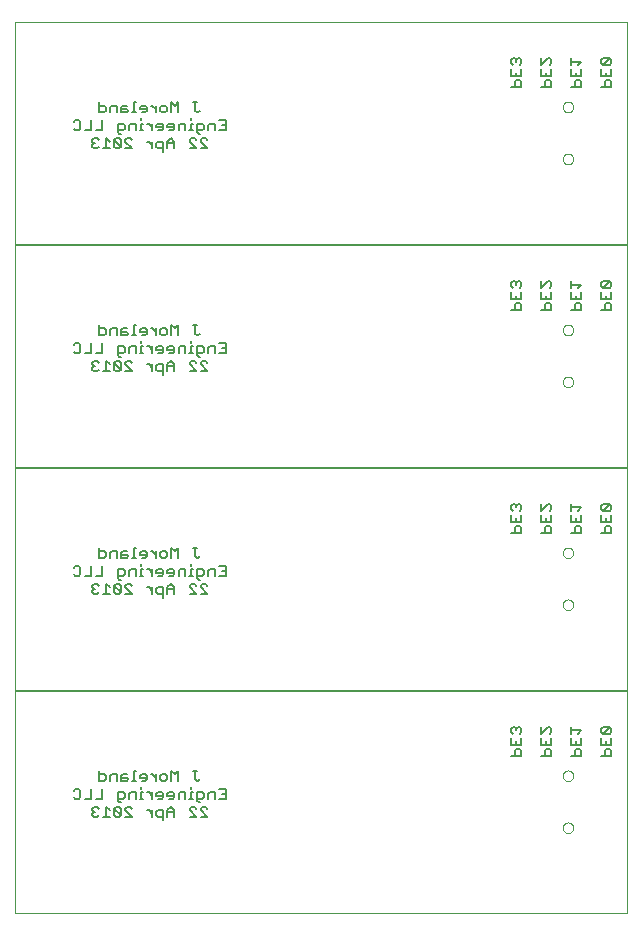
<source format=gbo>
G75*
G70*
%OFA0B0*%
%FSLAX25Y25*%
%IPPOS*%
%LPD*%
%AMOC8*
5,1,8,0,0,1.08239X$1,22.5*
%
%ADD16C,0.00600*%
%ADD25C,0.00000*%
X0010000Y0010000D02*
G75*
%LPD*%
D25*
X0010000Y0010000D02*
X0010000Y0084000D01*
X0214000Y0084000D01*
X0214000Y0010000D01*
X0010000Y0010000D01*
X0192430Y0038340D02*
X0192450Y0038600D01*
X0192510Y0038860D01*
X0192610Y0039110D01*
X0192740Y0039340D01*
X0192900Y0039540D01*
X0193100Y0039720D01*
X0193320Y0039870D01*
X0193550Y0039990D01*
X0193810Y0040070D01*
X0194070Y0040110D01*
X0194330Y0040110D01*
X0194590Y0040070D01*
X0194850Y0039990D01*
X0195090Y0039870D01*
X0195300Y0039720D01*
X0195500Y0039540D01*
X0195660Y0039340D01*
X0195790Y0039110D01*
X0195890Y0038860D01*
X0195950Y0038600D01*
X0195970Y0038340D01*
X0195950Y0038080D01*
X0195890Y0037820D01*
X0195790Y0037570D01*
X0195660Y0037340D01*
X0195500Y0037140D01*
X0195300Y0036960D01*
X0195080Y0036810D01*
X0194850Y0036690D01*
X0194590Y0036610D01*
X0194330Y0036570D01*
X0194070Y0036570D01*
X0193810Y0036610D01*
X0193550Y0036690D01*
X0193310Y0036810D01*
X0193100Y0036960D01*
X0192900Y0037140D01*
X0192740Y0037340D01*
X0192610Y0037570D01*
X0192510Y0037820D01*
X0192450Y0038080D01*
X0192430Y0038340D01*
X0192430Y0055660D02*
X0192450Y0055920D01*
X0192510Y0056180D01*
X0192610Y0056430D01*
X0192740Y0056660D01*
X0192900Y0056860D01*
X0193100Y0057040D01*
X0193320Y0057190D01*
X0193550Y0057310D01*
X0193810Y0057390D01*
X0194070Y0057430D01*
X0194330Y0057430D01*
X0194590Y0057390D01*
X0194850Y0057310D01*
X0195090Y0057190D01*
X0195300Y0057040D01*
X0195500Y0056860D01*
X0195660Y0056660D01*
X0195790Y0056430D01*
X0195890Y0056180D01*
X0195950Y0055920D01*
X0195970Y0055660D01*
X0195950Y0055400D01*
X0195890Y0055140D01*
X0195790Y0054890D01*
X0195660Y0054660D01*
X0195500Y0054460D01*
X0195300Y0054280D01*
X0195080Y0054130D01*
X0194850Y0054010D01*
X0194590Y0053930D01*
X0194330Y0053890D01*
X0194070Y0053890D01*
X0193810Y0053930D01*
X0193550Y0054010D01*
X0193310Y0054130D01*
X0193100Y0054280D01*
X0192900Y0054460D01*
X0192740Y0054660D01*
X0192610Y0054890D01*
X0192510Y0055140D01*
X0192450Y0055400D01*
X0192430Y0055660D01*
D16*
X0195300Y0062300D02*
X0198700Y0062300D01*
X0198700Y0064000D01*
X0198130Y0064570D01*
X0197000Y0064570D01*
X0196430Y0064000D01*
X0196430Y0062300D01*
X0197000Y0065980D02*
X0197000Y0067120D01*
X0198700Y0068250D02*
X0198700Y0065980D01*
X0195300Y0065980D01*
X0195300Y0068250D01*
X0195300Y0069670D02*
X0195300Y0071930D01*
X0195300Y0070800D02*
X0198700Y0070800D01*
X0197560Y0069670D01*
X0205300Y0070230D02*
X0205860Y0069670D01*
X0208130Y0071930D01*
X0205860Y0071930D01*
X0205300Y0071370D01*
X0205300Y0070230D01*
X0205860Y0069670D02*
X0208130Y0069670D01*
X0208700Y0070230D01*
X0208700Y0071370D01*
X0208130Y0071930D01*
X0208700Y0068250D02*
X0208700Y0065980D01*
X0205300Y0065980D01*
X0205300Y0068250D01*
X0207000Y0067120D02*
X0207000Y0065980D01*
X0207000Y0064570D02*
X0206430Y0064000D01*
X0206430Y0062300D01*
X0205300Y0062300D02*
X0208700Y0062300D01*
X0208700Y0064000D01*
X0208130Y0064570D01*
X0207000Y0064570D01*
X0188700Y0064000D02*
X0188700Y0062300D01*
X0185300Y0062300D01*
X0186430Y0062300D02*
X0186430Y0064000D01*
X0187000Y0064570D01*
X0188130Y0064570D01*
X0188700Y0064000D01*
X0188700Y0065980D02*
X0185300Y0065980D01*
X0185300Y0068250D01*
X0185300Y0069670D02*
X0187560Y0071930D01*
X0188130Y0071930D01*
X0188700Y0071370D01*
X0188700Y0070230D01*
X0188130Y0069670D01*
X0188700Y0068250D02*
X0188700Y0065980D01*
X0187000Y0065980D02*
X0187000Y0067120D01*
X0185300Y0069670D02*
X0185300Y0071930D01*
X0178700Y0071370D02*
X0178700Y0070230D01*
X0178130Y0069670D01*
X0178700Y0068250D02*
X0178700Y0065980D01*
X0175300Y0065980D01*
X0175300Y0068250D01*
X0175860Y0069670D02*
X0175300Y0070230D01*
X0175300Y0071370D01*
X0175860Y0071930D01*
X0176430Y0071930D01*
X0177000Y0071370D01*
X0177000Y0070800D01*
X0177000Y0071370D02*
X0177560Y0071930D01*
X0178130Y0071930D01*
X0178700Y0071370D01*
X0177000Y0067120D02*
X0177000Y0065980D01*
X0177000Y0064570D02*
X0176430Y0064000D01*
X0176430Y0062300D01*
X0175300Y0062300D02*
X0178700Y0062300D01*
X0178700Y0064000D01*
X0178130Y0064570D01*
X0177000Y0064570D01*
X0080180Y0051300D02*
X0080180Y0047900D01*
X0077920Y0047900D01*
X0076500Y0047900D02*
X0076500Y0050170D01*
X0074800Y0050170D01*
X0074230Y0049600D01*
X0074230Y0047900D01*
X0072820Y0048470D02*
X0072820Y0049600D01*
X0072250Y0050170D01*
X0070550Y0050170D01*
X0070550Y0047330D01*
X0071120Y0046770D01*
X0071680Y0046770D01*
X0072250Y0047900D02*
X0070550Y0047900D01*
X0069130Y0047900D02*
X0068000Y0047900D01*
X0068570Y0047900D02*
X0068570Y0050170D01*
X0069130Y0050170D01*
X0068570Y0051300D02*
X0068570Y0051870D01*
X0066680Y0050170D02*
X0064980Y0050170D01*
X0064410Y0049600D01*
X0064410Y0047900D01*
X0063000Y0048470D02*
X0063000Y0049600D01*
X0062430Y0050170D01*
X0061290Y0050170D01*
X0060730Y0049600D01*
X0060730Y0049030D01*
X0063000Y0049030D01*
X0063000Y0048470D02*
X0062430Y0047900D01*
X0061290Y0047900D01*
X0059310Y0048470D02*
X0059310Y0049600D01*
X0058750Y0050170D01*
X0057610Y0050170D01*
X0057040Y0049600D01*
X0057040Y0049030D01*
X0059310Y0049030D01*
X0059310Y0048470D02*
X0058750Y0047900D01*
X0057610Y0047900D01*
X0055630Y0047900D02*
X0055630Y0050170D01*
X0054500Y0050170D02*
X0053930Y0050170D01*
X0054500Y0050170D02*
X0055630Y0049030D01*
X0052560Y0047900D02*
X0051430Y0047900D01*
X0051990Y0047900D02*
X0051990Y0050170D01*
X0052560Y0050170D01*
X0051990Y0051300D02*
X0051990Y0051870D01*
X0050110Y0050170D02*
X0048400Y0050170D01*
X0047840Y0049600D01*
X0047840Y0047900D01*
X0046420Y0048470D02*
X0045850Y0047900D01*
X0044150Y0047900D01*
X0044150Y0047330D02*
X0044150Y0050170D01*
X0045850Y0050170D01*
X0046420Y0049600D01*
X0046420Y0048470D01*
X0045290Y0046770D02*
X0044720Y0046770D01*
X0044150Y0047330D01*
X0044630Y0045300D02*
X0043490Y0045300D01*
X0042930Y0044740D01*
X0045190Y0042470D01*
X0044630Y0041900D01*
X0043490Y0041900D01*
X0042930Y0042470D01*
X0042930Y0044740D01*
X0041510Y0044170D02*
X0040380Y0045300D01*
X0040380Y0041900D01*
X0041510Y0041900D02*
X0039240Y0041900D01*
X0037830Y0042470D02*
X0037260Y0041900D01*
X0036130Y0041900D01*
X0035560Y0042470D01*
X0035560Y0043030D01*
X0036130Y0043600D01*
X0036690Y0043600D01*
X0036130Y0043600D02*
X0035560Y0044170D01*
X0035560Y0044740D01*
X0036130Y0045300D01*
X0037260Y0045300D01*
X0037830Y0044740D01*
X0036790Y0047900D02*
X0039060Y0047900D01*
X0039060Y0051300D01*
X0039720Y0053900D02*
X0038010Y0053900D01*
X0038010Y0057300D01*
X0038010Y0056170D02*
X0039720Y0056170D01*
X0040280Y0055600D01*
X0040280Y0054470D01*
X0039720Y0053900D01*
X0041700Y0053900D02*
X0041700Y0055600D01*
X0042270Y0056170D01*
X0043970Y0056170D01*
X0043970Y0053900D01*
X0045380Y0053900D02*
X0047080Y0053900D01*
X0047650Y0054470D01*
X0047080Y0055030D01*
X0045380Y0055030D01*
X0045380Y0055600D02*
X0045380Y0053900D01*
X0045380Y0055600D02*
X0045950Y0056170D01*
X0047080Y0056170D01*
X0049540Y0057300D02*
X0049540Y0053900D01*
X0050110Y0053900D02*
X0048970Y0053900D01*
X0051520Y0055030D02*
X0053790Y0055030D01*
X0053790Y0054470D02*
X0053790Y0055600D01*
X0053220Y0056170D01*
X0052090Y0056170D01*
X0051520Y0055600D01*
X0051520Y0055030D01*
X0052090Y0053900D02*
X0053220Y0053900D01*
X0053790Y0054470D01*
X0055160Y0056170D02*
X0055720Y0056170D01*
X0056860Y0055030D01*
X0056860Y0053900D02*
X0056860Y0056170D01*
X0058270Y0055600D02*
X0058840Y0056170D01*
X0059970Y0056170D01*
X0060540Y0055600D01*
X0060540Y0054470D01*
X0059970Y0053900D01*
X0058840Y0053900D01*
X0058270Y0054470D01*
X0058270Y0055600D01*
X0061960Y0057300D02*
X0061960Y0053900D01*
X0064220Y0053900D02*
X0064220Y0057300D01*
X0063090Y0056170D01*
X0061960Y0057300D01*
X0069320Y0057300D02*
X0070460Y0057300D01*
X0069890Y0057300D02*
X0069890Y0054470D01*
X0070460Y0053900D01*
X0071020Y0053900D01*
X0071590Y0054470D01*
X0077920Y0051300D02*
X0080180Y0051300D01*
X0080180Y0049600D02*
X0079050Y0049600D01*
X0072820Y0048470D02*
X0072250Y0047900D01*
X0066680Y0047900D02*
X0066680Y0050170D01*
X0068660Y0045300D02*
X0068090Y0044740D01*
X0068090Y0044170D01*
X0070360Y0041900D01*
X0068090Y0041900D01*
X0071780Y0041900D02*
X0074050Y0041900D01*
X0071780Y0044170D01*
X0071780Y0044740D01*
X0072340Y0045300D01*
X0073480Y0045300D01*
X0074050Y0044740D01*
X0070360Y0044740D02*
X0069800Y0045300D01*
X0068660Y0045300D01*
X0063000Y0044170D02*
X0063000Y0041900D01*
X0060730Y0041900D02*
X0060730Y0044170D01*
X0061860Y0045300D01*
X0063000Y0044170D01*
X0063000Y0043600D02*
X0060730Y0043600D01*
X0059310Y0044170D02*
X0057610Y0044170D01*
X0057040Y0043600D01*
X0057040Y0042470D01*
X0057610Y0041900D01*
X0059310Y0041900D01*
X0059310Y0040770D02*
X0059310Y0044170D01*
X0055630Y0044170D02*
X0055630Y0041900D01*
X0055630Y0043030D02*
X0054500Y0044170D01*
X0053930Y0044170D01*
X0048880Y0044740D02*
X0048310Y0045300D01*
X0047180Y0045300D01*
X0046610Y0044740D01*
X0046610Y0044170D01*
X0048880Y0041900D01*
X0046610Y0041900D01*
X0045190Y0042470D02*
X0045190Y0044740D01*
X0044630Y0045300D01*
X0050110Y0047900D02*
X0050110Y0050170D01*
X0050110Y0057300D02*
X0049540Y0057300D01*
X0035370Y0051300D02*
X0035370Y0047900D01*
X0033100Y0047900D01*
X0031690Y0048470D02*
X0031120Y0047900D01*
X0029990Y0047900D01*
X0029420Y0048470D01*
X0031690Y0048470D02*
X0031690Y0050740D01*
X0031120Y0051300D01*
X0029990Y0051300D01*
X0029420Y0050740D01*
X0010000Y0084300D02*
G75*
%LPD*%
D25*
X0010000Y0084300D02*
X0010000Y0158300D01*
X0214000Y0158300D01*
X0214000Y0084300D01*
X0010000Y0084300D01*
X0192430Y0112640D02*
X0192450Y0112900D01*
X0192510Y0113160D01*
X0192610Y0113410D01*
X0192740Y0113640D01*
X0192900Y0113840D01*
X0193100Y0114020D01*
X0193320Y0114170D01*
X0193550Y0114290D01*
X0193810Y0114370D01*
X0194070Y0114410D01*
X0194330Y0114410D01*
X0194590Y0114370D01*
X0194850Y0114290D01*
X0195090Y0114170D01*
X0195300Y0114020D01*
X0195500Y0113840D01*
X0195660Y0113640D01*
X0195790Y0113410D01*
X0195890Y0113160D01*
X0195950Y0112900D01*
X0195970Y0112640D01*
X0195950Y0112380D01*
X0195890Y0112120D01*
X0195790Y0111870D01*
X0195660Y0111640D01*
X0195500Y0111440D01*
X0195300Y0111260D01*
X0195080Y0111110D01*
X0194850Y0110990D01*
X0194590Y0110910D01*
X0194330Y0110870D01*
X0194070Y0110870D01*
X0193810Y0110910D01*
X0193550Y0110990D01*
X0193310Y0111110D01*
X0193100Y0111260D01*
X0192900Y0111440D01*
X0192740Y0111640D01*
X0192610Y0111870D01*
X0192510Y0112120D01*
X0192450Y0112380D01*
X0192430Y0112640D01*
X0192430Y0129960D02*
X0192450Y0130220D01*
X0192510Y0130480D01*
X0192610Y0130730D01*
X0192740Y0130960D01*
X0192900Y0131160D01*
X0193100Y0131340D01*
X0193320Y0131490D01*
X0193550Y0131610D01*
X0193810Y0131690D01*
X0194070Y0131730D01*
X0194330Y0131730D01*
X0194590Y0131690D01*
X0194850Y0131610D01*
X0195090Y0131490D01*
X0195300Y0131340D01*
X0195500Y0131160D01*
X0195660Y0130960D01*
X0195790Y0130730D01*
X0195890Y0130480D01*
X0195950Y0130220D01*
X0195970Y0129960D01*
X0195950Y0129700D01*
X0195890Y0129440D01*
X0195790Y0129190D01*
X0195660Y0128960D01*
X0195500Y0128760D01*
X0195300Y0128580D01*
X0195080Y0128430D01*
X0194850Y0128310D01*
X0194590Y0128230D01*
X0194330Y0128190D01*
X0194070Y0128190D01*
X0193810Y0128230D01*
X0193550Y0128310D01*
X0193310Y0128430D01*
X0193100Y0128580D01*
X0192900Y0128760D01*
X0192740Y0128960D01*
X0192610Y0129190D01*
X0192510Y0129440D01*
X0192450Y0129700D01*
X0192430Y0129960D01*
D16*
X0195300Y0136600D02*
X0198700Y0136600D01*
X0198700Y0138300D01*
X0198130Y0138870D01*
X0197000Y0138870D01*
X0196430Y0138300D01*
X0196430Y0136600D01*
X0197000Y0140280D02*
X0197000Y0141420D01*
X0198700Y0142550D02*
X0198700Y0140280D01*
X0195300Y0140280D01*
X0195300Y0142550D01*
X0195300Y0143970D02*
X0195300Y0146230D01*
X0195300Y0145100D02*
X0198700Y0145100D01*
X0197560Y0143970D01*
X0205300Y0144530D02*
X0205860Y0143970D01*
X0208130Y0146230D01*
X0205860Y0146230D01*
X0205300Y0145670D01*
X0205300Y0144530D01*
X0205860Y0143970D02*
X0208130Y0143970D01*
X0208700Y0144530D01*
X0208700Y0145670D01*
X0208130Y0146230D01*
X0208700Y0142550D02*
X0208700Y0140280D01*
X0205300Y0140280D01*
X0205300Y0142550D01*
X0207000Y0141420D02*
X0207000Y0140280D01*
X0207000Y0138870D02*
X0206430Y0138300D01*
X0206430Y0136600D01*
X0205300Y0136600D02*
X0208700Y0136600D01*
X0208700Y0138300D01*
X0208130Y0138870D01*
X0207000Y0138870D01*
X0188700Y0138300D02*
X0188700Y0136600D01*
X0185300Y0136600D01*
X0186430Y0136600D02*
X0186430Y0138300D01*
X0187000Y0138870D01*
X0188130Y0138870D01*
X0188700Y0138300D01*
X0188700Y0140280D02*
X0185300Y0140280D01*
X0185300Y0142550D01*
X0185300Y0143970D02*
X0187560Y0146230D01*
X0188130Y0146230D01*
X0188700Y0145670D01*
X0188700Y0144530D01*
X0188130Y0143970D01*
X0188700Y0142550D02*
X0188700Y0140280D01*
X0187000Y0140280D02*
X0187000Y0141420D01*
X0185300Y0143970D02*
X0185300Y0146230D01*
X0178700Y0145670D02*
X0178700Y0144530D01*
X0178130Y0143970D01*
X0178700Y0142550D02*
X0178700Y0140280D01*
X0175300Y0140280D01*
X0175300Y0142550D01*
X0175860Y0143970D02*
X0175300Y0144530D01*
X0175300Y0145670D01*
X0175860Y0146230D01*
X0176430Y0146230D01*
X0177000Y0145670D01*
X0177000Y0145100D01*
X0177000Y0145670D02*
X0177560Y0146230D01*
X0178130Y0146230D01*
X0178700Y0145670D01*
X0177000Y0141420D02*
X0177000Y0140280D01*
X0177000Y0138870D02*
X0176430Y0138300D01*
X0176430Y0136600D01*
X0175300Y0136600D02*
X0178700Y0136600D01*
X0178700Y0138300D01*
X0178130Y0138870D01*
X0177000Y0138870D01*
X0080180Y0125600D02*
X0080180Y0122200D01*
X0077920Y0122200D01*
X0076500Y0122200D02*
X0076500Y0124470D01*
X0074800Y0124470D01*
X0074230Y0123900D01*
X0074230Y0122200D01*
X0072820Y0122770D02*
X0072820Y0123900D01*
X0072250Y0124470D01*
X0070550Y0124470D01*
X0070550Y0121630D01*
X0071120Y0121070D01*
X0071680Y0121070D01*
X0072250Y0122200D02*
X0070550Y0122200D01*
X0069130Y0122200D02*
X0068000Y0122200D01*
X0068570Y0122200D02*
X0068570Y0124470D01*
X0069130Y0124470D01*
X0068570Y0125600D02*
X0068570Y0126170D01*
X0066680Y0124470D02*
X0064980Y0124470D01*
X0064410Y0123900D01*
X0064410Y0122200D01*
X0063000Y0122770D02*
X0063000Y0123900D01*
X0062430Y0124470D01*
X0061290Y0124470D01*
X0060730Y0123900D01*
X0060730Y0123330D01*
X0063000Y0123330D01*
X0063000Y0122770D02*
X0062430Y0122200D01*
X0061290Y0122200D01*
X0059310Y0122770D02*
X0059310Y0123900D01*
X0058750Y0124470D01*
X0057610Y0124470D01*
X0057040Y0123900D01*
X0057040Y0123330D01*
X0059310Y0123330D01*
X0059310Y0122770D02*
X0058750Y0122200D01*
X0057610Y0122200D01*
X0055630Y0122200D02*
X0055630Y0124470D01*
X0054500Y0124470D02*
X0053930Y0124470D01*
X0054500Y0124470D02*
X0055630Y0123330D01*
X0052560Y0122200D02*
X0051430Y0122200D01*
X0051990Y0122200D02*
X0051990Y0124470D01*
X0052560Y0124470D01*
X0051990Y0125600D02*
X0051990Y0126170D01*
X0050110Y0124470D02*
X0048400Y0124470D01*
X0047840Y0123900D01*
X0047840Y0122200D01*
X0046420Y0122770D02*
X0045850Y0122200D01*
X0044150Y0122200D01*
X0044150Y0121630D02*
X0044150Y0124470D01*
X0045850Y0124470D01*
X0046420Y0123900D01*
X0046420Y0122770D01*
X0045290Y0121070D02*
X0044720Y0121070D01*
X0044150Y0121630D01*
X0044630Y0119600D02*
X0043490Y0119600D01*
X0042930Y0119040D01*
X0045190Y0116770D01*
X0044630Y0116200D01*
X0043490Y0116200D01*
X0042930Y0116770D01*
X0042930Y0119040D01*
X0041510Y0118470D02*
X0040380Y0119600D01*
X0040380Y0116200D01*
X0041510Y0116200D02*
X0039240Y0116200D01*
X0037830Y0116770D02*
X0037260Y0116200D01*
X0036130Y0116200D01*
X0035560Y0116770D01*
X0035560Y0117330D01*
X0036130Y0117900D01*
X0036690Y0117900D01*
X0036130Y0117900D02*
X0035560Y0118470D01*
X0035560Y0119040D01*
X0036130Y0119600D01*
X0037260Y0119600D01*
X0037830Y0119040D01*
X0036790Y0122200D02*
X0039060Y0122200D01*
X0039060Y0125600D01*
X0039720Y0128200D02*
X0038010Y0128200D01*
X0038010Y0131600D01*
X0038010Y0130470D02*
X0039720Y0130470D01*
X0040280Y0129900D01*
X0040280Y0128770D01*
X0039720Y0128200D01*
X0041700Y0128200D02*
X0041700Y0129900D01*
X0042270Y0130470D01*
X0043970Y0130470D01*
X0043970Y0128200D01*
X0045380Y0128200D02*
X0047080Y0128200D01*
X0047650Y0128770D01*
X0047080Y0129330D01*
X0045380Y0129330D01*
X0045380Y0129900D02*
X0045380Y0128200D01*
X0045380Y0129900D02*
X0045950Y0130470D01*
X0047080Y0130470D01*
X0049540Y0131600D02*
X0049540Y0128200D01*
X0050110Y0128200D02*
X0048970Y0128200D01*
X0051520Y0129330D02*
X0053790Y0129330D01*
X0053790Y0128770D02*
X0053790Y0129900D01*
X0053220Y0130470D01*
X0052090Y0130470D01*
X0051520Y0129900D01*
X0051520Y0129330D01*
X0052090Y0128200D02*
X0053220Y0128200D01*
X0053790Y0128770D01*
X0055160Y0130470D02*
X0055720Y0130470D01*
X0056860Y0129330D01*
X0056860Y0128200D02*
X0056860Y0130470D01*
X0058270Y0129900D02*
X0058840Y0130470D01*
X0059970Y0130470D01*
X0060540Y0129900D01*
X0060540Y0128770D01*
X0059970Y0128200D01*
X0058840Y0128200D01*
X0058270Y0128770D01*
X0058270Y0129900D01*
X0061960Y0131600D02*
X0061960Y0128200D01*
X0064220Y0128200D02*
X0064220Y0131600D01*
X0063090Y0130470D01*
X0061960Y0131600D01*
X0069320Y0131600D02*
X0070460Y0131600D01*
X0069890Y0131600D02*
X0069890Y0128770D01*
X0070460Y0128200D01*
X0071020Y0128200D01*
X0071590Y0128770D01*
X0077920Y0125600D02*
X0080180Y0125600D01*
X0080180Y0123900D02*
X0079050Y0123900D01*
X0072820Y0122770D02*
X0072250Y0122200D01*
X0066680Y0122200D02*
X0066680Y0124470D01*
X0068660Y0119600D02*
X0068090Y0119040D01*
X0068090Y0118470D01*
X0070360Y0116200D01*
X0068090Y0116200D01*
X0071780Y0116200D02*
X0074050Y0116200D01*
X0071780Y0118470D01*
X0071780Y0119040D01*
X0072340Y0119600D01*
X0073480Y0119600D01*
X0074050Y0119040D01*
X0070360Y0119040D02*
X0069800Y0119600D01*
X0068660Y0119600D01*
X0063000Y0118470D02*
X0063000Y0116200D01*
X0060730Y0116200D02*
X0060730Y0118470D01*
X0061860Y0119600D01*
X0063000Y0118470D01*
X0063000Y0117900D02*
X0060730Y0117900D01*
X0059310Y0118470D02*
X0057610Y0118470D01*
X0057040Y0117900D01*
X0057040Y0116770D01*
X0057610Y0116200D01*
X0059310Y0116200D01*
X0059310Y0115070D02*
X0059310Y0118470D01*
X0055630Y0118470D02*
X0055630Y0116200D01*
X0055630Y0117330D02*
X0054500Y0118470D01*
X0053930Y0118470D01*
X0048880Y0119040D02*
X0048310Y0119600D01*
X0047180Y0119600D01*
X0046610Y0119040D01*
X0046610Y0118470D01*
X0048880Y0116200D01*
X0046610Y0116200D01*
X0045190Y0116770D02*
X0045190Y0119040D01*
X0044630Y0119600D01*
X0050110Y0122200D02*
X0050110Y0124470D01*
X0050110Y0131600D02*
X0049540Y0131600D01*
X0035370Y0125600D02*
X0035370Y0122200D01*
X0033100Y0122200D01*
X0031690Y0122770D02*
X0031120Y0122200D01*
X0029990Y0122200D01*
X0029420Y0122770D01*
X0031690Y0122770D02*
X0031690Y0125040D01*
X0031120Y0125600D01*
X0029990Y0125600D01*
X0029420Y0125040D01*
X0010000Y0158600D02*
G75*
%LPD*%
D25*
X0010000Y0158600D02*
X0010000Y0232600D01*
X0214000Y0232600D01*
X0214000Y0158600D01*
X0010000Y0158600D01*
X0192430Y0186940D02*
X0192450Y0187200D01*
X0192510Y0187460D01*
X0192610Y0187710D01*
X0192740Y0187940D01*
X0192900Y0188140D01*
X0193100Y0188320D01*
X0193320Y0188470D01*
X0193550Y0188590D01*
X0193810Y0188670D01*
X0194070Y0188710D01*
X0194330Y0188710D01*
X0194590Y0188670D01*
X0194850Y0188590D01*
X0195090Y0188470D01*
X0195300Y0188320D01*
X0195500Y0188140D01*
X0195660Y0187940D01*
X0195790Y0187710D01*
X0195890Y0187460D01*
X0195950Y0187200D01*
X0195970Y0186940D01*
X0195950Y0186680D01*
X0195890Y0186420D01*
X0195790Y0186170D01*
X0195660Y0185940D01*
X0195500Y0185740D01*
X0195300Y0185560D01*
X0195080Y0185410D01*
X0194850Y0185290D01*
X0194590Y0185210D01*
X0194330Y0185170D01*
X0194070Y0185170D01*
X0193810Y0185210D01*
X0193550Y0185290D01*
X0193310Y0185410D01*
X0193100Y0185560D01*
X0192900Y0185740D01*
X0192740Y0185940D01*
X0192610Y0186170D01*
X0192510Y0186420D01*
X0192450Y0186680D01*
X0192430Y0186940D01*
X0192430Y0204260D02*
X0192450Y0204520D01*
X0192510Y0204780D01*
X0192610Y0205030D01*
X0192740Y0205260D01*
X0192900Y0205460D01*
X0193100Y0205640D01*
X0193320Y0205790D01*
X0193550Y0205910D01*
X0193810Y0205990D01*
X0194070Y0206030D01*
X0194330Y0206030D01*
X0194590Y0205990D01*
X0194850Y0205910D01*
X0195090Y0205790D01*
X0195300Y0205640D01*
X0195500Y0205460D01*
X0195660Y0205260D01*
X0195790Y0205030D01*
X0195890Y0204780D01*
X0195950Y0204520D01*
X0195970Y0204260D01*
X0195950Y0204000D01*
X0195890Y0203740D01*
X0195790Y0203490D01*
X0195660Y0203260D01*
X0195500Y0203060D01*
X0195300Y0202880D01*
X0195080Y0202730D01*
X0194850Y0202610D01*
X0194590Y0202530D01*
X0194330Y0202490D01*
X0194070Y0202490D01*
X0193810Y0202530D01*
X0193550Y0202610D01*
X0193310Y0202730D01*
X0193100Y0202880D01*
X0192900Y0203060D01*
X0192740Y0203260D01*
X0192610Y0203490D01*
X0192510Y0203740D01*
X0192450Y0204000D01*
X0192430Y0204260D01*
D16*
X0195300Y0210900D02*
X0198700Y0210900D01*
X0198700Y0212600D01*
X0198130Y0213170D01*
X0197000Y0213170D01*
X0196430Y0212600D01*
X0196430Y0210900D01*
X0197000Y0214580D02*
X0197000Y0215720D01*
X0198700Y0216850D02*
X0198700Y0214580D01*
X0195300Y0214580D01*
X0195300Y0216850D01*
X0195300Y0218270D02*
X0195300Y0220530D01*
X0195300Y0219400D02*
X0198700Y0219400D01*
X0197560Y0218270D01*
X0205300Y0218830D02*
X0205860Y0218270D01*
X0208130Y0220530D01*
X0205860Y0220530D01*
X0205300Y0219970D01*
X0205300Y0218830D01*
X0205860Y0218270D02*
X0208130Y0218270D01*
X0208700Y0218830D01*
X0208700Y0219970D01*
X0208130Y0220530D01*
X0208700Y0216850D02*
X0208700Y0214580D01*
X0205300Y0214580D01*
X0205300Y0216850D01*
X0207000Y0215720D02*
X0207000Y0214580D01*
X0207000Y0213170D02*
X0206430Y0212600D01*
X0206430Y0210900D01*
X0205300Y0210900D02*
X0208700Y0210900D01*
X0208700Y0212600D01*
X0208130Y0213170D01*
X0207000Y0213170D01*
X0188700Y0212600D02*
X0188700Y0210900D01*
X0185300Y0210900D01*
X0186430Y0210900D02*
X0186430Y0212600D01*
X0187000Y0213170D01*
X0188130Y0213170D01*
X0188700Y0212600D01*
X0188700Y0214580D02*
X0185300Y0214580D01*
X0185300Y0216850D01*
X0185300Y0218270D02*
X0187560Y0220530D01*
X0188130Y0220530D01*
X0188700Y0219970D01*
X0188700Y0218830D01*
X0188130Y0218270D01*
X0188700Y0216850D02*
X0188700Y0214580D01*
X0187000Y0214580D02*
X0187000Y0215720D01*
X0185300Y0218270D02*
X0185300Y0220530D01*
X0178700Y0219970D02*
X0178700Y0218830D01*
X0178130Y0218270D01*
X0178700Y0216850D02*
X0178700Y0214580D01*
X0175300Y0214580D01*
X0175300Y0216850D01*
X0175860Y0218270D02*
X0175300Y0218830D01*
X0175300Y0219970D01*
X0175860Y0220530D01*
X0176430Y0220530D01*
X0177000Y0219970D01*
X0177000Y0219400D01*
X0177000Y0219970D02*
X0177560Y0220530D01*
X0178130Y0220530D01*
X0178700Y0219970D01*
X0177000Y0215720D02*
X0177000Y0214580D01*
X0177000Y0213170D02*
X0176430Y0212600D01*
X0176430Y0210900D01*
X0175300Y0210900D02*
X0178700Y0210900D01*
X0178700Y0212600D01*
X0178130Y0213170D01*
X0177000Y0213170D01*
X0080180Y0199900D02*
X0080180Y0196500D01*
X0077920Y0196500D01*
X0076500Y0196500D02*
X0076500Y0198770D01*
X0074800Y0198770D01*
X0074230Y0198200D01*
X0074230Y0196500D01*
X0072820Y0197070D02*
X0072820Y0198200D01*
X0072250Y0198770D01*
X0070550Y0198770D01*
X0070550Y0195930D01*
X0071120Y0195370D01*
X0071680Y0195370D01*
X0072250Y0196500D02*
X0070550Y0196500D01*
X0069130Y0196500D02*
X0068000Y0196500D01*
X0068570Y0196500D02*
X0068570Y0198770D01*
X0069130Y0198770D01*
X0068570Y0199900D02*
X0068570Y0200470D01*
X0066680Y0198770D02*
X0064980Y0198770D01*
X0064410Y0198200D01*
X0064410Y0196500D01*
X0063000Y0197070D02*
X0063000Y0198200D01*
X0062430Y0198770D01*
X0061290Y0198770D01*
X0060730Y0198200D01*
X0060730Y0197630D01*
X0063000Y0197630D01*
X0063000Y0197070D02*
X0062430Y0196500D01*
X0061290Y0196500D01*
X0059310Y0197070D02*
X0059310Y0198200D01*
X0058750Y0198770D01*
X0057610Y0198770D01*
X0057040Y0198200D01*
X0057040Y0197630D01*
X0059310Y0197630D01*
X0059310Y0197070D02*
X0058750Y0196500D01*
X0057610Y0196500D01*
X0055630Y0196500D02*
X0055630Y0198770D01*
X0054500Y0198770D02*
X0053930Y0198770D01*
X0054500Y0198770D02*
X0055630Y0197630D01*
X0052560Y0196500D02*
X0051430Y0196500D01*
X0051990Y0196500D02*
X0051990Y0198770D01*
X0052560Y0198770D01*
X0051990Y0199900D02*
X0051990Y0200470D01*
X0050110Y0198770D02*
X0048400Y0198770D01*
X0047840Y0198200D01*
X0047840Y0196500D01*
X0046420Y0197070D02*
X0045850Y0196500D01*
X0044150Y0196500D01*
X0044150Y0195930D02*
X0044150Y0198770D01*
X0045850Y0198770D01*
X0046420Y0198200D01*
X0046420Y0197070D01*
X0045290Y0195370D02*
X0044720Y0195370D01*
X0044150Y0195930D01*
X0044630Y0193900D02*
X0043490Y0193900D01*
X0042930Y0193340D01*
X0045190Y0191070D01*
X0044630Y0190500D01*
X0043490Y0190500D01*
X0042930Y0191070D01*
X0042930Y0193340D01*
X0041510Y0192770D02*
X0040380Y0193900D01*
X0040380Y0190500D01*
X0041510Y0190500D02*
X0039240Y0190500D01*
X0037830Y0191070D02*
X0037260Y0190500D01*
X0036130Y0190500D01*
X0035560Y0191070D01*
X0035560Y0191630D01*
X0036130Y0192200D01*
X0036690Y0192200D01*
X0036130Y0192200D02*
X0035560Y0192770D01*
X0035560Y0193340D01*
X0036130Y0193900D01*
X0037260Y0193900D01*
X0037830Y0193340D01*
X0036790Y0196500D02*
X0039060Y0196500D01*
X0039060Y0199900D01*
X0039720Y0202500D02*
X0038010Y0202500D01*
X0038010Y0205900D01*
X0038010Y0204770D02*
X0039720Y0204770D01*
X0040280Y0204200D01*
X0040280Y0203070D01*
X0039720Y0202500D01*
X0041700Y0202500D02*
X0041700Y0204200D01*
X0042270Y0204770D01*
X0043970Y0204770D01*
X0043970Y0202500D01*
X0045380Y0202500D02*
X0047080Y0202500D01*
X0047650Y0203070D01*
X0047080Y0203630D01*
X0045380Y0203630D01*
X0045380Y0204200D02*
X0045380Y0202500D01*
X0045380Y0204200D02*
X0045950Y0204770D01*
X0047080Y0204770D01*
X0049540Y0205900D02*
X0049540Y0202500D01*
X0050110Y0202500D02*
X0048970Y0202500D01*
X0051520Y0203630D02*
X0053790Y0203630D01*
X0053790Y0203070D02*
X0053790Y0204200D01*
X0053220Y0204770D01*
X0052090Y0204770D01*
X0051520Y0204200D01*
X0051520Y0203630D01*
X0052090Y0202500D02*
X0053220Y0202500D01*
X0053790Y0203070D01*
X0055160Y0204770D02*
X0055720Y0204770D01*
X0056860Y0203630D01*
X0056860Y0202500D02*
X0056860Y0204770D01*
X0058270Y0204200D02*
X0058840Y0204770D01*
X0059970Y0204770D01*
X0060540Y0204200D01*
X0060540Y0203070D01*
X0059970Y0202500D01*
X0058840Y0202500D01*
X0058270Y0203070D01*
X0058270Y0204200D01*
X0061960Y0205900D02*
X0061960Y0202500D01*
X0064220Y0202500D02*
X0064220Y0205900D01*
X0063090Y0204770D01*
X0061960Y0205900D01*
X0069320Y0205900D02*
X0070460Y0205900D01*
X0069890Y0205900D02*
X0069890Y0203070D01*
X0070460Y0202500D01*
X0071020Y0202500D01*
X0071590Y0203070D01*
X0077920Y0199900D02*
X0080180Y0199900D01*
X0080180Y0198200D02*
X0079050Y0198200D01*
X0072820Y0197070D02*
X0072250Y0196500D01*
X0066680Y0196500D02*
X0066680Y0198770D01*
X0068660Y0193900D02*
X0068090Y0193340D01*
X0068090Y0192770D01*
X0070360Y0190500D01*
X0068090Y0190500D01*
X0071780Y0190500D02*
X0074050Y0190500D01*
X0071780Y0192770D01*
X0071780Y0193340D01*
X0072340Y0193900D01*
X0073480Y0193900D01*
X0074050Y0193340D01*
X0070360Y0193340D02*
X0069800Y0193900D01*
X0068660Y0193900D01*
X0063000Y0192770D02*
X0063000Y0190500D01*
X0060730Y0190500D02*
X0060730Y0192770D01*
X0061860Y0193900D01*
X0063000Y0192770D01*
X0063000Y0192200D02*
X0060730Y0192200D01*
X0059310Y0192770D02*
X0057610Y0192770D01*
X0057040Y0192200D01*
X0057040Y0191070D01*
X0057610Y0190500D01*
X0059310Y0190500D01*
X0059310Y0189370D02*
X0059310Y0192770D01*
X0055630Y0192770D02*
X0055630Y0190500D01*
X0055630Y0191630D02*
X0054500Y0192770D01*
X0053930Y0192770D01*
X0048880Y0193340D02*
X0048310Y0193900D01*
X0047180Y0193900D01*
X0046610Y0193340D01*
X0046610Y0192770D01*
X0048880Y0190500D01*
X0046610Y0190500D01*
X0045190Y0191070D02*
X0045190Y0193340D01*
X0044630Y0193900D01*
X0050110Y0196500D02*
X0050110Y0198770D01*
X0050110Y0205900D02*
X0049540Y0205900D01*
X0035370Y0199900D02*
X0035370Y0196500D01*
X0033100Y0196500D01*
X0031690Y0197070D02*
X0031120Y0196500D01*
X0029990Y0196500D01*
X0029420Y0197070D01*
X0031690Y0197070D02*
X0031690Y0199340D01*
X0031120Y0199900D01*
X0029990Y0199900D01*
X0029420Y0199340D01*
X0010000Y0232900D02*
G75*
%LPD*%
D25*
X0010000Y0232900D02*
X0010000Y0306900D01*
X0214000Y0306900D01*
X0214000Y0232900D01*
X0010000Y0232900D01*
X0192430Y0261240D02*
X0192450Y0261500D01*
X0192510Y0261760D01*
X0192610Y0262010D01*
X0192740Y0262240D01*
X0192900Y0262440D01*
X0193100Y0262620D01*
X0193320Y0262770D01*
X0193550Y0262890D01*
X0193810Y0262970D01*
X0194070Y0263010D01*
X0194330Y0263010D01*
X0194590Y0262970D01*
X0194850Y0262890D01*
X0195090Y0262770D01*
X0195300Y0262620D01*
X0195500Y0262440D01*
X0195660Y0262240D01*
X0195790Y0262010D01*
X0195890Y0261760D01*
X0195950Y0261500D01*
X0195970Y0261240D01*
X0195950Y0260980D01*
X0195890Y0260720D01*
X0195790Y0260470D01*
X0195660Y0260240D01*
X0195500Y0260040D01*
X0195300Y0259860D01*
X0195080Y0259710D01*
X0194850Y0259590D01*
X0194590Y0259510D01*
X0194330Y0259470D01*
X0194070Y0259470D01*
X0193810Y0259510D01*
X0193550Y0259590D01*
X0193310Y0259710D01*
X0193100Y0259860D01*
X0192900Y0260040D01*
X0192740Y0260240D01*
X0192610Y0260470D01*
X0192510Y0260720D01*
X0192450Y0260980D01*
X0192430Y0261240D01*
X0192430Y0278560D02*
X0192450Y0278820D01*
X0192510Y0279080D01*
X0192610Y0279330D01*
X0192740Y0279560D01*
X0192900Y0279760D01*
X0193100Y0279940D01*
X0193320Y0280090D01*
X0193550Y0280210D01*
X0193810Y0280290D01*
X0194070Y0280330D01*
X0194330Y0280330D01*
X0194590Y0280290D01*
X0194850Y0280210D01*
X0195090Y0280090D01*
X0195300Y0279940D01*
X0195500Y0279760D01*
X0195660Y0279560D01*
X0195790Y0279330D01*
X0195890Y0279080D01*
X0195950Y0278820D01*
X0195970Y0278560D01*
X0195950Y0278300D01*
X0195890Y0278040D01*
X0195790Y0277790D01*
X0195660Y0277560D01*
X0195500Y0277360D01*
X0195300Y0277180D01*
X0195080Y0277030D01*
X0194850Y0276910D01*
X0194590Y0276830D01*
X0194330Y0276790D01*
X0194070Y0276790D01*
X0193810Y0276830D01*
X0193550Y0276910D01*
X0193310Y0277030D01*
X0193100Y0277180D01*
X0192900Y0277360D01*
X0192740Y0277560D01*
X0192610Y0277790D01*
X0192510Y0278040D01*
X0192450Y0278300D01*
X0192430Y0278560D01*
D16*
X0195300Y0285200D02*
X0198700Y0285200D01*
X0198700Y0286900D01*
X0198130Y0287470D01*
X0197000Y0287470D01*
X0196430Y0286900D01*
X0196430Y0285200D01*
X0197000Y0288880D02*
X0197000Y0290020D01*
X0198700Y0291150D02*
X0198700Y0288880D01*
X0195300Y0288880D01*
X0195300Y0291150D01*
X0195300Y0292570D02*
X0195300Y0294830D01*
X0195300Y0293700D02*
X0198700Y0293700D01*
X0197560Y0292570D01*
X0205300Y0293130D02*
X0205860Y0292570D01*
X0208130Y0294830D01*
X0205860Y0294830D01*
X0205300Y0294270D01*
X0205300Y0293130D01*
X0205860Y0292570D02*
X0208130Y0292570D01*
X0208700Y0293130D01*
X0208700Y0294270D01*
X0208130Y0294830D01*
X0208700Y0291150D02*
X0208700Y0288880D01*
X0205300Y0288880D01*
X0205300Y0291150D01*
X0207000Y0290020D02*
X0207000Y0288880D01*
X0207000Y0287470D02*
X0206430Y0286900D01*
X0206430Y0285200D01*
X0205300Y0285200D02*
X0208700Y0285200D01*
X0208700Y0286900D01*
X0208130Y0287470D01*
X0207000Y0287470D01*
X0188700Y0286900D02*
X0188700Y0285200D01*
X0185300Y0285200D01*
X0186430Y0285200D02*
X0186430Y0286900D01*
X0187000Y0287470D01*
X0188130Y0287470D01*
X0188700Y0286900D01*
X0188700Y0288880D02*
X0185300Y0288880D01*
X0185300Y0291150D01*
X0185300Y0292570D02*
X0187560Y0294830D01*
X0188130Y0294830D01*
X0188700Y0294270D01*
X0188700Y0293130D01*
X0188130Y0292570D01*
X0188700Y0291150D02*
X0188700Y0288880D01*
X0187000Y0288880D02*
X0187000Y0290020D01*
X0185300Y0292570D02*
X0185300Y0294830D01*
X0178700Y0294270D02*
X0178700Y0293130D01*
X0178130Y0292570D01*
X0178700Y0291150D02*
X0178700Y0288880D01*
X0175300Y0288880D01*
X0175300Y0291150D01*
X0175860Y0292570D02*
X0175300Y0293130D01*
X0175300Y0294270D01*
X0175860Y0294830D01*
X0176430Y0294830D01*
X0177000Y0294270D01*
X0177000Y0293700D01*
X0177000Y0294270D02*
X0177560Y0294830D01*
X0178130Y0294830D01*
X0178700Y0294270D01*
X0177000Y0290020D02*
X0177000Y0288880D01*
X0177000Y0287470D02*
X0176430Y0286900D01*
X0176430Y0285200D01*
X0175300Y0285200D02*
X0178700Y0285200D01*
X0178700Y0286900D01*
X0178130Y0287470D01*
X0177000Y0287470D01*
X0080180Y0274200D02*
X0080180Y0270800D01*
X0077920Y0270800D01*
X0076500Y0270800D02*
X0076500Y0273070D01*
X0074800Y0273070D01*
X0074230Y0272500D01*
X0074230Y0270800D01*
X0072820Y0271370D02*
X0072820Y0272500D01*
X0072250Y0273070D01*
X0070550Y0273070D01*
X0070550Y0270230D01*
X0071120Y0269670D01*
X0071680Y0269670D01*
X0072250Y0270800D02*
X0070550Y0270800D01*
X0069130Y0270800D02*
X0068000Y0270800D01*
X0068570Y0270800D02*
X0068570Y0273070D01*
X0069130Y0273070D01*
X0068570Y0274200D02*
X0068570Y0274770D01*
X0066680Y0273070D02*
X0064980Y0273070D01*
X0064410Y0272500D01*
X0064410Y0270800D01*
X0063000Y0271370D02*
X0063000Y0272500D01*
X0062430Y0273070D01*
X0061290Y0273070D01*
X0060730Y0272500D01*
X0060730Y0271930D01*
X0063000Y0271930D01*
X0063000Y0271370D02*
X0062430Y0270800D01*
X0061290Y0270800D01*
X0059310Y0271370D02*
X0059310Y0272500D01*
X0058750Y0273070D01*
X0057610Y0273070D01*
X0057040Y0272500D01*
X0057040Y0271930D01*
X0059310Y0271930D01*
X0059310Y0271370D02*
X0058750Y0270800D01*
X0057610Y0270800D01*
X0055630Y0270800D02*
X0055630Y0273070D01*
X0054500Y0273070D02*
X0053930Y0273070D01*
X0054500Y0273070D02*
X0055630Y0271930D01*
X0052560Y0270800D02*
X0051430Y0270800D01*
X0051990Y0270800D02*
X0051990Y0273070D01*
X0052560Y0273070D01*
X0051990Y0274200D02*
X0051990Y0274770D01*
X0050110Y0273070D02*
X0048400Y0273070D01*
X0047840Y0272500D01*
X0047840Y0270800D01*
X0046420Y0271370D02*
X0045850Y0270800D01*
X0044150Y0270800D01*
X0044150Y0270230D02*
X0044150Y0273070D01*
X0045850Y0273070D01*
X0046420Y0272500D01*
X0046420Y0271370D01*
X0045290Y0269670D02*
X0044720Y0269670D01*
X0044150Y0270230D01*
X0044630Y0268200D02*
X0043490Y0268200D01*
X0042930Y0267640D01*
X0045190Y0265370D01*
X0044630Y0264800D01*
X0043490Y0264800D01*
X0042930Y0265370D01*
X0042930Y0267640D01*
X0041510Y0267070D02*
X0040380Y0268200D01*
X0040380Y0264800D01*
X0041510Y0264800D02*
X0039240Y0264800D01*
X0037830Y0265370D02*
X0037260Y0264800D01*
X0036130Y0264800D01*
X0035560Y0265370D01*
X0035560Y0265930D01*
X0036130Y0266500D01*
X0036690Y0266500D01*
X0036130Y0266500D02*
X0035560Y0267070D01*
X0035560Y0267640D01*
X0036130Y0268200D01*
X0037260Y0268200D01*
X0037830Y0267640D01*
X0036790Y0270800D02*
X0039060Y0270800D01*
X0039060Y0274200D01*
X0039720Y0276800D02*
X0038010Y0276800D01*
X0038010Y0280200D01*
X0038010Y0279070D02*
X0039720Y0279070D01*
X0040280Y0278500D01*
X0040280Y0277370D01*
X0039720Y0276800D01*
X0041700Y0276800D02*
X0041700Y0278500D01*
X0042270Y0279070D01*
X0043970Y0279070D01*
X0043970Y0276800D01*
X0045380Y0276800D02*
X0047080Y0276800D01*
X0047650Y0277370D01*
X0047080Y0277930D01*
X0045380Y0277930D01*
X0045380Y0278500D02*
X0045380Y0276800D01*
X0045380Y0278500D02*
X0045950Y0279070D01*
X0047080Y0279070D01*
X0049540Y0280200D02*
X0049540Y0276800D01*
X0050110Y0276800D02*
X0048970Y0276800D01*
X0051520Y0277930D02*
X0053790Y0277930D01*
X0053790Y0277370D02*
X0053790Y0278500D01*
X0053220Y0279070D01*
X0052090Y0279070D01*
X0051520Y0278500D01*
X0051520Y0277930D01*
X0052090Y0276800D02*
X0053220Y0276800D01*
X0053790Y0277370D01*
X0055160Y0279070D02*
X0055720Y0279070D01*
X0056860Y0277930D01*
X0056860Y0276800D02*
X0056860Y0279070D01*
X0058270Y0278500D02*
X0058840Y0279070D01*
X0059970Y0279070D01*
X0060540Y0278500D01*
X0060540Y0277370D01*
X0059970Y0276800D01*
X0058840Y0276800D01*
X0058270Y0277370D01*
X0058270Y0278500D01*
X0061960Y0280200D02*
X0061960Y0276800D01*
X0064220Y0276800D02*
X0064220Y0280200D01*
X0063090Y0279070D01*
X0061960Y0280200D01*
X0069320Y0280200D02*
X0070460Y0280200D01*
X0069890Y0280200D02*
X0069890Y0277370D01*
X0070460Y0276800D01*
X0071020Y0276800D01*
X0071590Y0277370D01*
X0077920Y0274200D02*
X0080180Y0274200D01*
X0080180Y0272500D02*
X0079050Y0272500D01*
X0072820Y0271370D02*
X0072250Y0270800D01*
X0066680Y0270800D02*
X0066680Y0273070D01*
X0068660Y0268200D02*
X0068090Y0267640D01*
X0068090Y0267070D01*
X0070360Y0264800D01*
X0068090Y0264800D01*
X0071780Y0264800D02*
X0074050Y0264800D01*
X0071780Y0267070D01*
X0071780Y0267640D01*
X0072340Y0268200D01*
X0073480Y0268200D01*
X0074050Y0267640D01*
X0070360Y0267640D02*
X0069800Y0268200D01*
X0068660Y0268200D01*
X0063000Y0267070D02*
X0063000Y0264800D01*
X0060730Y0264800D02*
X0060730Y0267070D01*
X0061860Y0268200D01*
X0063000Y0267070D01*
X0063000Y0266500D02*
X0060730Y0266500D01*
X0059310Y0267070D02*
X0057610Y0267070D01*
X0057040Y0266500D01*
X0057040Y0265370D01*
X0057610Y0264800D01*
X0059310Y0264800D01*
X0059310Y0263670D02*
X0059310Y0267070D01*
X0055630Y0267070D02*
X0055630Y0264800D01*
X0055630Y0265930D02*
X0054500Y0267070D01*
X0053930Y0267070D01*
X0048880Y0267640D02*
X0048310Y0268200D01*
X0047180Y0268200D01*
X0046610Y0267640D01*
X0046610Y0267070D01*
X0048880Y0264800D01*
X0046610Y0264800D01*
X0045190Y0265370D02*
X0045190Y0267640D01*
X0044630Y0268200D01*
X0050110Y0270800D02*
X0050110Y0273070D01*
X0050110Y0280200D02*
X0049540Y0280200D01*
X0035370Y0274200D02*
X0035370Y0270800D01*
X0033100Y0270800D01*
X0031690Y0271370D02*
X0031120Y0270800D01*
X0029990Y0270800D01*
X0029420Y0271370D01*
X0031690Y0271370D02*
X0031690Y0273640D01*
X0031120Y0274200D01*
X0029990Y0274200D01*
X0029420Y0273640D01*
M02*

</source>
